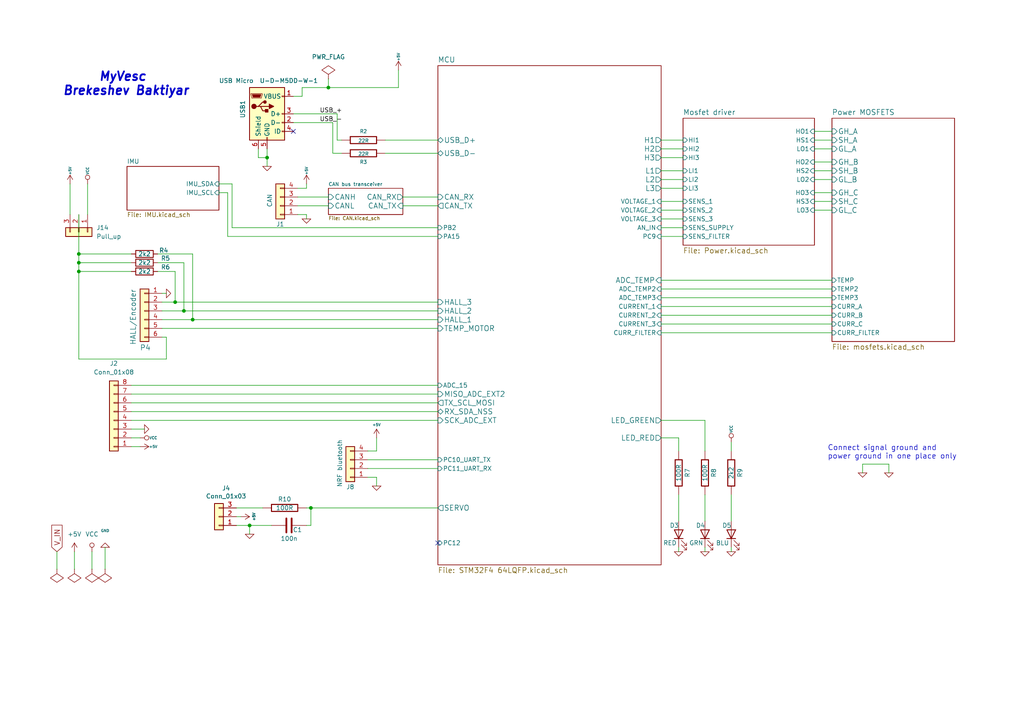
<source format=kicad_sch>
(kicad_sch (version 20231120) (generator "eeschema") (generator_version "8.0")
  (paper "A4")
  (title_block (title "MyVESC") (comment 2 "BREKESHEV BAKTIYAR"))
  (lib_symbols
    (symbol "BLDC_4-rescue:+5V" (power) (pin_names (offset 0))
      (property "Value" "+5V" (at 0 3.556 0))
      (symbol "+5V_0_1"
        (polyline (pts (xy -0.762 1.27) (xy 0 2.54)))
        (polyline (pts (xy 0 0) (xy 0 2.54)))
        (polyline (pts (xy 0 2.54) (xy 0.762 1.27)))
      )
      (symbol "+5V_1_1"
        (pin power_in line (at 0 0 90) (length 0) hide (name "+5V") (number "1"))
      )
    )
    (symbol "BLDC_4-rescue:C-RESCUE-BLDC_4" (pin_numbers hide) (pin_names (offset 0.254))
      (property "Reference" "C" (at 0 2.54 0))
      (property "Value" "C-RESCUE-BLDC_4" (at 0.1524 -2.159 0))
      (symbol "C-RESCUE-BLDC_4_0_1"
        (polyline (pts (xy -2.032 -0.762) (xy 2.032 -0.762)) (stroke (width 0.508)))
        (polyline (pts (xy -2.032 0.762) (xy 2.032 0.762)) (stroke (width 0.508)))
      )
      (symbol "C-RESCUE-BLDC_4_1_1"
        (pin passive line (at 0 5.08 270) (length 4.318) (name "~") (number "1"))
        (pin passive line (at 0 -5.08 90) (length 4.318) (name "~") (number "2"))
      )
    )
    (symbol "BLDC_4-rescue:GND-RESCUE-BLDC_4" (power) (pin_names (offset 0))
      (symbol "GND-RESCUE-BLDC_4_0_1"
        (polyline (pts (xy -1.27 0) (xy 0 -1.27) (xy 1.27 0) (xy -1.27 0)))
      )
      (symbol "GND-RESCUE-BLDC_4_1_1"
        (pin power_in line (at 0 0 90) (length 0) hide (name "GND") (number "1"))
      )
    )
    (symbol "BLDC_4-rescue:PWR_FLAG" (power) (pin_numbers hide) (pin_names (offset 0) hide)
      (property "Value" "PWR_FLAG" (at 0 4.572 0))
      (symbol "PWR_FLAG_0_0"
        (pin power_out line (at 0 0 90) (length 0) (name "pwr") (number "1"))
      )
      (symbol "PWR_FLAG_0_1"
        (polyline (pts (xy 0 0) (xy 0 1.27) (xy -1.905 2.54) (xy 0 3.81) (xy 1.905 2.54) (xy 0 1.27)))
      )
    )
    (symbol "BLDC_4-rescue:R-RESCUE-BLDC_4" (pin_numbers hide) (pin_names (offset 0))
      (property "Reference" "R" (at 2.032 0 90))
      (property "Value" "R-RESCUE-BLDC_4" (at 0.1778 0.0254 90))
      (symbol "R-RESCUE-BLDC_4_0_1"
        (rectangle (start -1.016 3.81) (end 1.016 -3.81) (stroke (width 0.3048)))
      )
      (symbol "R-RESCUE-BLDC_4_1_1"
        (pin passive line (at 0 6.35 270) (length 2.54) (name "~") (number "1"))
        (pin passive line (at 0 -6.35 90) (length 2.54) (name "~") (number "2"))
      )
    )
    (symbol "BLDC_4-rescue:VCC" (power) (pin_names (offset 0))
      (property "Value" "VCC" (at 0 3.81 0))
      (symbol "VCC_0_1"
        (polyline (pts (xy 0 0) (xy 0 1.27)))
        (circle (center 0 1.905) (radius 0.635))
      )
      (symbol "VCC_1_1"
        (pin power_in line (at 0 0 90) (length 0) hide (name "VCC") (number "1"))
      )
    )
    (symbol "Cheap FOCer 2 60mm-rescue:USB_B_Micro-Connector" (pin_names (offset 1.016))
      (property "Reference" "USB1" (at -6.35 -1.27 90))
      (property "Value" "USB Micro  U-D-M5DD-W-1" (at -13.97 8.89 0))
      (symbol "USB_B_Micro-Connector_0_1"
        (rectangle (start -5.08 7.62) (end 5.08 -7.62) (stroke (width 0.254)) (fill (type background)))
        (circle (center -3.81 2.159) (radius 0.635) (stroke (width 0.254)) (fill (type outline)))
        (circle (center -0.635 3.429) (radius 0.381) (stroke (width 0.254)) (fill (type outline)))
        (rectangle (start -0.127 -7.62) (end 0.127 -6.858))
        (polyline (pts (xy -1.905 2.159) (xy 0.635 2.159)) (stroke (width 0.254)))
        (polyline (pts (xy -3.175 2.159) (xy -2.54 2.159) (xy -1.27 3.429) (xy -0.635 3.429)) (stroke (width 0.254)))
        (polyline (pts (xy -2.54 2.159) (xy -1.905 2.159) (xy -1.27 0.889) (xy 0 0.889)) (stroke (width 0.254)))
        (polyline (pts (xy 0.635 2.794) (xy 0.635 1.524) (xy 1.905 2.159) (xy 0.635 2.794)) (stroke (width 0.254)) (fill (type outline)))
        (polyline (pts (xy -4.318 5.588) (xy -1.778 5.588) (xy -2.032 4.826) (xy -4.064 4.826) (xy -4.318 5.588)) (fill (type outline)))
        (polyline (pts (xy -4.699 5.842) (xy -4.699 5.588) (xy -4.445 4.826) (xy -4.445 4.572) (xy -1.651 4.572) (xy -1.651 4.826) (xy -1.397 5.588) (xy -1.397 5.842) (xy -4.699 5.842)))
        (rectangle (start 0.254 1.27) (end -0.508 0.508) (stroke (width 0.254)) (fill (type outline)))
        (rectangle (start 5.08 -5.207) (end 4.318 -4.953))
        (rectangle (start 5.08 -2.667) (end 4.318 -2.413))
        (rectangle (start 5.08 -0.127) (end 4.318 0.127))
        (rectangle (start 5.08 4.953) (end 4.318 5.207))
      )
      (symbol "USB_B_Micro-Connector_1_1"
        (pin passive line (at 7.62 5.08 180) (length 2.54) (name "VBUS") (number "1"))
        (pin passive line (at 7.62 -2.54 180) (length 2.54) (name "D-") (number "2"))
        (pin passive line (at 7.62 0 180) (length 2.54) (name "D+") (number "3"))
        (pin passive line (at 7.62 -5.08 180) (length 2.54) (name "ID") (number "4"))
        (pin passive line (at 0 -10.16 90) (length 2.54) (name "GND") (number "5"))
        (pin passive line (at -2.54 -10.16 90) (length 2.54) (name "Shield") (number "6"))
      )
    )
    (symbol "Connector_Generic:Conn_01x03" (pin_names (offset 1.016) hide)
      (property "Reference" "J" (at 0 5.08 0))
      (property "Value" "Conn_01x03" (at 0 -5.08 0))
      (symbol "Conn_01x03_1_1"
        (rectangle (start -1.27 -2.413) (end 0 -2.667) (stroke (width 0.1524)))
        (rectangle (start -1.27 0.127) (end 0 -0.127) (stroke (width 0.1524)))
        (rectangle (start -1.27 2.667) (end 0 2.413) (stroke (width 0.1524)))
        (rectangle (start -1.27 3.81) (end 1.27 -3.81) (stroke (width 0.254)) (fill (type background)))
        (pin passive line (at -5.08 2.54 0) (length 3.81) (name "Pin_1") (number "1"))
        (pin passive line (at -5.08 0 0) (length 3.81) (name "Pin_2") (number "2"))
        (pin passive line (at -5.08 -2.54 0) (length 3.81) (name "Pin_3") (number "3"))
      )
    )
    (symbol "Connector_Generic:Conn_01x04" (pin_names (offset 1.016) hide)
      (property "Reference" "J" (at 0 5.08 0))
      (property "Value" "Conn_01x04" (at 0 -7.62 0))
      (symbol "Conn_01x04_1_1"
        (rectangle (start -1.27 -4.953) (end 0 -5.207) (stroke (width 0.1524)))
        (rectangle (start -1.27 -2.413) (end 0 -2.667) (stroke (width 0.1524)))
        (rectangle (start -1.27 0.127) (end 0 -0.127) (stroke (width 0.1524)))
        (rectangle (start -1.27 2.667) (end 0 2.413) (stroke (width 0.1524)))
        (rectangle (start -1.27 3.81) (end 1.27 -6.35) (stroke (width 0.254)) (fill (type background)))
        (pin passive line (at -5.08 2.54 0) (length 3.81) (name "Pin_1") (number "1"))
        (pin passive line (at -5.08 0 0) (length 3.81) (name "Pin_2") (number "2"))
        (pin passive line (at -5.08 -2.54 0) (length 3.81) (name "Pin_3") (number "3"))
        (pin passive line (at -5.08 -5.08 0) (length 3.81) (name "Pin_4") (number "4"))
      )
    )
    (symbol "Connector_Generic:Conn_01x06" (pin_names (offset 1.016) hide)
      (property "Reference" "J" (at 0 7.62 0))
      (property "Value" "Conn_01x06" (at 0 -10.16 0))
      (symbol "Conn_01x06_1_1"
        (rectangle (start -1.27 -7.493) (end 0 -7.747) (stroke (width 0.1524)))
        (rectangle (start -1.27 -4.953) (end 0 -5.207) (stroke (width 0.1524)))
        (rectangle (start -1.27 -2.413) (end 0 -2.667) (stroke (width 0.1524)))
        (rectangle (start -1.27 0.127) (end 0 -0.127) (stroke (width 0.1524)))
        (rectangle (start -1.27 2.667) (end 0 2.413) (stroke (width 0.1524)))
        (rectangle (start -1.27 5.207) (end 0 4.953) (stroke (width 0.1524)))
        (rectangle (start -1.27 6.35) (end 1.27 -8.89) (stroke (width 0.254)) (fill (type background)))
        (pin passive line (at -5.08 5.08 0) (length 3.81) (name "Pin_1") (number "1"))
        (pin passive line (at -5.08 2.54 0) (length 3.81) (name "Pin_2") (number "2"))
        (pin passive line (at -5.08 0 0) (length 3.81) (name "Pin_3") (number "3"))
        (pin passive line (at -5.08 -2.54 0) (length 3.81) (name "Pin_4") (number "4"))
        (pin passive line (at -5.08 -5.08 0) (length 3.81) (name "Pin_5") (number "5"))
        (pin passive line (at -5.08 -7.62 0) (length 3.81) (name "Pin_6") (number "6"))
      )
    )
    (symbol "Connector_Generic:Conn_01x08" (pin_names (offset 1.016) hide)
      (property "Reference" "J" (at 0 10.16 0))
      (property "Value" "Conn_01x08" (at 0 -12.7 0))
      (symbol "Conn_01x08_1_1"
        (rectangle (start -1.27 -10.033) (end 0 -10.287) (stroke (width 0.1524)))
        (rectangle (start -1.27 -7.493) (end 0 -7.747) (stroke (width 0.1524)))
        (rectangle (start -1.27 -4.953) (end 0 -5.207) (stroke (width 0.1524)))
        (rectangle (start -1.27 -2.413) (end 0 -2.667) (stroke (width 0.1524)))
        (rectangle (start -1.27 0.127) (end 0 -0.127) (stroke (width 0.1524)))
        (rectangle (start -1.27 2.667) (end 0 2.413) (stroke (width 0.1524)))
        (rectangle (start -1.27 5.207) (end 0 4.953) (stroke (width 0.1524)))
        (rectangle (start -1.27 7.747) (end 0 7.493) (stroke (width 0.1524)))
        (rectangle (start -1.27 8.89) (end 1.27 -11.43) (stroke (width 0.254)) (fill (type background)))
        (pin passive line (at -5.08 7.62 0) (length 3.81) (name "Pin_1") (number "1"))
        (pin passive line (at -5.08 5.08 0) (length 3.81) (name "Pin_2") (number "2"))
        (pin passive line (at -5.08 2.54 0) (length 3.81) (name "Pin_3") (number "3"))
        (pin passive line (at -5.08 0 0) (length 3.81) (name "Pin_4") (number "4"))
        (pin passive line (at -5.08 -2.54 0) (length 3.81) (name "Pin_5") (number "5"))
        (pin passive line (at -5.08 -5.08 0) (length 3.81) (name "Pin_6") (number "6"))
        (pin passive line (at -5.08 -7.62 0) (length 3.81) (name "Pin_7") (number "7"))
        (pin passive line (at -5.08 -10.16 0) (length 3.81) (name "Pin_8") (number "8"))
      )
    )
    (symbol "Device:LED" (pin_numbers hide) (pin_names (offset 1.016) hide)
      (property "Reference" "D" (at 0 2.54 0))
      (property "Value" "LED" (at 0 -2.54 0))
      (symbol "LED_0_1"
        (polyline (pts (xy -1.27 -1.27) (xy -1.27 1.27)) (stroke (width 0.254)))
        (polyline (pts (xy -1.27 0) (xy 1.27 0)))
        (polyline (pts (xy 1.27 -1.27) (xy 1.27 1.27) (xy -1.27 0) (xy 1.27 -1.27)) (stroke (width 0.254)))
        (polyline (pts (xy -3.048 -0.762) (xy -4.572 -2.286) (xy -3.81 -2.286) (xy -4.572 -2.286) (xy -4.572 -1.524)))
        (polyline (pts (xy -1.778 -0.762) (xy -3.302 -2.286) (xy -2.54 -2.286) (xy -3.302 -2.286) (xy -3.302 -1.524)))
      )
      (symbol "LED_1_1"
        (pin passive line (at -3.81 0 0) (length 2.54) (name "K") (number "1"))
        (pin passive line (at 3.81 0 180) (length 2.54) (name "A") (number "2"))
      )
    )
    (symbol "Device:R" (pin_numbers hide) (pin_names (offset 0))
      (property "Reference" "R" (at 2.032 0 90))
      (property "Value" "R" (at 0 0 90))
      (symbol "R_0_1"
        (rectangle (start -1.016 -2.54) (end 1.016 2.54) (stroke (width 0.254)))
      )
      (symbol "R_1_1"
        (pin passive line (at 0 3.81 270) (length 1.27) (name "~") (number "1"))
        (pin passive line (at 0 -3.81 90) (length 1.27) (name "~") (number "2"))
      )
    )
  )
  (junction (at 77.47 45.72))
  (junction (at 22.86 73.66))
  (junction (at 53.34 90.17))
  (junction (at 22.86 76.2))
  (junction (at 55.88 92.71))
  (junction (at 95.25 25.4))
  (junction (at 90.17 147.32))
  (junction (at 72.39 152.4))
  (junction (at 22.86 78.74))
  (junction (at 50.8 87.63))
  (no_connect (at 85.09 38.1))
  (no_connect (at 127 157.48))
  (wire (pts (xy 38.1 129.54) (xy 40.64 129.54)))
  (wire (pts (xy 241.3 81.28) (xy 191.77 81.28)))
  (wire (pts (xy 111.76 40.64) (xy 127 40.64)))
  (wire (pts (xy 77.47 43.18) (xy 77.47 45.72)))
  (wire (pts (xy 111.76 44.45) (xy 127 44.45)))
  (wire (pts (xy 22.86 78.74) (xy 38.1 78.74)))
  (wire (pts (xy 87.63 27.94) (xy 85.09 27.94)))
  (wire (pts (xy 22.86 78.74) (xy 22.86 104.14)))
  (wire (pts (xy 53.34 76.2) (xy 53.34 90.17)))
  (wire (pts (xy 38.1 127) (xy 40.64 127)))
  (wire (pts (xy 95.25 22.86) (xy 95.25 25.4)))
  (wire (pts (xy 116.84 59.69) (xy 127 59.69)))
  (wire (pts (xy 106.68 135.89) (xy 127 135.89)))
  (wire (pts (xy 46.99 87.63) (xy 50.8 87.63)))
  (wire (pts (xy 191.77 49.53) (xy 198.12 49.53)))
  (wire (pts (xy 191.77 43.18) (xy 198.12 43.18)))
  (wire (pts (xy 109.22 138.43) (xy 109.22 140.97)))
  (wire (pts (xy 191.77 127) (xy 196.85 127)))
  (wire (pts (xy 25.4 53.34) (xy 25.4 62.23)))
  (wire (pts (xy 191.77 83.82) (xy 241.3 83.82)))
  (wire (pts (xy 55.88 92.71) (xy 127 92.71)))
  (wire (pts (xy 86.36 59.69) (xy 95.25 59.69)))
  (wire (pts (xy 204.47 143.51) (xy 204.47 151.13)))
  (wire (pts (xy 38.1 111.76) (xy 127 111.76)))
  (wire (pts (xy 191.77 40.64) (xy 198.12 40.64)))
  (wire (pts (xy 99.06 44.45) (xy 96.52 44.45)))
  (wire (pts (xy 97.79 40.64) (xy 99.06 40.64)))
  (wire (pts (xy 55.88 73.66) (xy 55.88 92.71)))
  (wire (pts (xy 45.72 78.74) (xy 50.8 78.74)))
  (wire (pts (xy 63.5 55.88) (xy 66.04 55.88)))
  (wire (pts (xy 53.34 90.17) (xy 127 90.17)))
  (wire (pts (xy 109.22 130.81) (xy 109.22 127)))
  (wire (pts (xy 88.9 54.61) (xy 88.9 53.34)))
  (wire (pts (xy 86.36 54.61) (xy 88.9 54.61)))
  (wire (pts (xy 87.63 25.4) (xy 87.63 27.94)))
  (wire (pts (xy 204.47 160.02) (xy 204.47 158.75)))
  (wire (pts (xy 196.85 127) (xy 196.85 130.81)))
  (wire (pts (xy 21.59 160.02) (xy 21.59 165.1)))
  (wire (pts (xy 38.1 119.38) (xy 127 119.38)))
  (wire (pts (xy 72.39 152.4) (xy 72.39 154.94)))
  (wire (pts (xy 212.09 143.51) (xy 212.09 151.13)))
  (wire (pts (xy 95.25 25.4) (xy 115.57 25.4)))
  (wire (pts (xy 236.22 40.64) (xy 241.3 40.64)))
  (wire (pts (xy 196.85 158.75) (xy 196.85 160.02)))
  (wire (pts (xy 86.36 62.23) (xy 88.9 62.23)))
  (wire (pts (xy 46.99 95.25) (xy 127 95.25)))
  (wire (pts (xy 96.52 44.45) (xy 96.52 35.56)))
  (wire (pts (xy 77.47 48.26) (xy 77.47 45.72)))
  (wire (pts (xy 16.51 160.02) (xy 16.51 165.1)))
  (wire (pts (xy 50.8 78.74) (xy 50.8 87.63)))
  (wire (pts (xy 236.22 38.1) (xy 241.3 38.1)))
  (wire (pts (xy 212.09 158.75) (xy 212.09 160.02)))
  (wire (pts (xy 115.57 20.32) (xy 115.57 25.4)))
  (wire (pts (xy 67.31 53.34) (xy 67.31 66.04)))
  (wire (pts (xy 76.2 147.32) (xy 68.58 147.32)))
  (wire (pts (xy 95.25 25.4) (xy 87.63 25.4)))
  (wire (pts (xy 236.22 52.07) (xy 241.3 52.07)))
  (wire (pts (xy 191.77 63.5) (xy 198.12 63.5)))
  (wire (pts (xy 191.77 54.61) (xy 198.12 54.61)))
  (wire (pts (xy 236.22 60.96) (xy 241.3 60.96)))
  (wire (pts (xy 69.85 149.86) (xy 68.58 149.86)))
  (wire (pts (xy 38.1 124.46) (xy 41.91 124.46)))
  (wire (pts (xy 106.68 130.81) (xy 109.22 130.81)))
  (wire (pts (xy 106.68 133.35) (xy 127 133.35)))
  (wire (pts (xy 250.19 134.62) (xy 257.81 134.62)))
  (wire (pts (xy 46.99 90.17) (xy 53.34 90.17)))
  (wire (pts (xy 191.77 86.36) (xy 241.3 86.36)))
  (wire (pts (xy 191.77 52.07) (xy 198.12 52.07)))
  (wire (pts (xy 48.26 104.14) (xy 48.26 97.79)))
  (wire (pts (xy 38.1 116.84) (xy 127 116.84)))
  (wire (pts (xy 88.9 62.23) (xy 88.9 63.5)))
  (wire (pts (xy 22.86 104.14) (xy 48.26 104.14)))
  (wire (pts (xy 74.93 43.18) (xy 74.93 45.72)))
  (wire (pts (xy 191.77 96.52) (xy 241.3 96.52)))
  (wire (pts (xy 191.77 66.04) (xy 198.12 66.04)))
  (wire (pts (xy 26.67 160.02) (xy 26.67 165.1)))
  (wire (pts (xy 30.48 158.75) (xy 30.48 165.1)))
  (wire (pts (xy 74.93 45.72) (xy 77.47 45.72)))
  (wire (pts (xy 116.84 57.15) (xy 127 57.15)))
  (wire (pts (xy 45.72 76.2) (xy 53.34 76.2)))
  (wire (pts (xy 90.17 147.32) (xy 90.17 152.4)))
  (wire (pts (xy 191.77 68.58) (xy 198.12 68.58)))
  (wire (pts (xy 212.09 130.81) (xy 212.09 128.27)))
  (wire (pts (xy 38.1 121.92) (xy 127 121.92)))
  (wire (pts (xy 250.19 134.62) (xy 250.19 137.16)))
  (wire (pts (xy 191.77 91.44) (xy 241.3 91.44)))
  (wire (pts (xy 191.77 93.98) (xy 241.3 93.98)))
  (wire (pts (xy 97.79 33.02) (xy 85.09 33.02)))
  (wire (pts (xy 236.22 43.18) (xy 241.3 43.18)))
  (wire (pts (xy 38.1 114.3) (xy 127 114.3)))
  (wire (pts (xy 22.86 73.66) (xy 38.1 73.66)))
  (wire (pts (xy 22.86 76.2) (xy 38.1 76.2)))
  (wire (pts (xy 106.68 138.43) (xy 109.22 138.43)))
  (wire (pts (xy 191.77 45.72) (xy 198.12 45.72)))
  (wire (pts (xy 22.86 76.2) (xy 22.86 78.74)))
  (wire (pts (xy 46.99 97.79) (xy 48.26 97.79)))
  (wire (pts (xy 22.86 73.66) (xy 22.86 76.2)))
  (wire (pts (xy 191.77 58.42) (xy 198.12 58.42)))
  (wire (pts (xy 204.47 121.92) (xy 191.77 121.92)))
  (wire (pts (xy 66.04 68.58) (xy 127 68.58)))
  (wire (pts (xy 204.47 121.92) (xy 204.47 130.81)))
  (wire (pts (xy 90.17 152.4) (xy 88.9 152.4)))
  (wire (pts (xy 22.86 62.23) (xy 22.86 73.66)))
  (wire (pts (xy 191.77 88.9) (xy 241.3 88.9)))
  (wire (pts (xy 63.5 53.34) (xy 67.31 53.34)))
  (wire (pts (xy 66.04 55.88) (xy 66.04 68.58)))
  (wire (pts (xy 96.52 35.56) (xy 85.09 35.56)))
  (wire (pts (xy 191.77 60.96) (xy 198.12 60.96)))
  (wire (pts (xy 20.32 53.34) (xy 20.32 62.23)))
  (wire (pts (xy 90.17 147.32) (xy 127 147.32)))
  (wire (pts (xy 257.81 134.62) (xy 257.81 137.16)))
  (wire (pts (xy 45.72 73.66) (xy 55.88 73.66)))
  (wire (pts (xy 86.36 57.15) (xy 95.25 57.15)))
  (wire (pts (xy 46.99 92.71) (xy 55.88 92.71)))
  (wire (pts (xy 236.22 58.42) (xy 241.3 58.42)))
  (wire (pts (xy 50.8 87.63) (xy 127 87.63)))
  (wire (pts (xy 90.17 147.32) (xy 88.9 147.32)))
  (wire (pts (xy 97.79 40.64) (xy 97.79 33.02)))
  (wire (pts (xy 78.74 152.4) (xy 72.39 152.4)))
  (wire (pts (xy 46.99 85.09) (xy 48.26 85.09)))
  (wire (pts (xy 72.39 152.4) (xy 68.58 152.4)))
  (wire (pts (xy 67.31 66.04) (xy 127 66.04)))
  (wire (pts (xy 196.85 143.51) (xy 196.85 151.13)))
  (wire (pts (xy 236.22 49.53) (xy 241.3 49.53)))
  (wire (pts (xy 236.22 55.88) (xy 241.3 55.88)))
  (wire (pts (xy 236.22 46.99) (xy 241.3 46.99)))
  (text "Connect signal ground and\npower ground in one place only" (at 240.03 133.35 0) (effects (font (size 1.524 1.524)) (justify left bottom)))
  (text "MyVesc \nBrekeshev Baktiyar" (at 36.576 24.384 0) (effects (font (size 2.54 2.54) (bold yes) (italic yes))))
  (label "USB_-" (at 92.71 35.56 0))
  (label "USB_+" (at 92.71 33.02 0))
  (global_label "V_IN" (shape input) (at 16.51 160.02 90) (effects (font (size 1.524 1.524))) (property "Intersheetrefs" "${INTERSHEET_REFS}" (effects (hide yes))))
  (symbol (lib_id "Connector_Generic:Conn_01x06") (at 41.91 90.17 0) (mirror y) (unit 1)
    (property "Reference" "P4" (at 42.164 100.838 0) (effects (font (size 1.524 1.524))))
    (property "Value" "HALL/Encoder" (at 38.608 91.948 90) (effects (font (size 1.524 1.524))))
    (property "Footprint" "Connector_JST:JST_PH_B6B-PH-K_1x06_P2.00mm_Vertical" (effects (hide yes)))
  )
  (symbol (lib_id "BLDC_4-rescue:GND-RESCUE-BLDC_4") (at 48.26 85.09 90) (unit 1)
    (property "Reference" "#PWR09" (effects (hide yes)))
    (property "Value" "GND" (effects (hide yes)))
  )
  (symbol (lib_id "BLDC_4-rescue:GND-RESCUE-BLDC_4") (at 41.91 124.46 90) (mirror x) (unit 1)
    (property "Reference" "#PWR010" (effects (hide yes)))
    (property "Value" "GND" (effects (hide yes)))
  )
  (symbol (lib_id "Cheap FOCer 2 60mm-rescue:USB_B_Micro-Connector") (at 77.47 33.02 0) (unit 1)
    (property "Reference" "USB1" (at 71.12 34.29 90) (effects (justify left bottom)))
    (property "Value" "USB Micro  U-D-M5DD-W-1" (at 63.5 24.13 0) (effects (justify left bottom)))
    (property "Footprint" "Connector_USB:USB_Mini-B_Lumberg_2486_01_Horizontal" (effects (hide yes)))
  )
  (symbol (lib_id "BLDC_4-rescue:+5V") (at 40.64 129.54 270) (unit 1)
    (property "Reference" "#PWR014" (effects (hide yes)))
    (property "Value" "+5V" (at 44.45 129.54 90) (effects (font (size 0.762 0.762))))
  )
  (symbol (lib_id "BLDC_4-rescue:VCC") (at 40.64 127 270) (unit 1)
    (property "Reference" "#PWR012" (effects (hide yes)))
    (property "Value" "VCC" (at 44.45 127 90) (effects (font (size 0.762 0.762))))
  )
  (symbol (lib_id "BLDC_4-rescue:GND-RESCUE-BLDC_4") (at 250.19 137.16 0) (unit 1)
    (property "Reference" "#PWR016" (effects (hide yes)))
    (property "Value" "GND" (effects (hide yes)))
  )
  (symbol (lib_id "BLDC_4-rescue:R-RESCUE-BLDC_4") (at 196.85 137.16 180) (unit 1)
    (property "Reference" "R7" (at 199.39 137.16 90))
    (property "Value" "100R" (at 196.85 137.16 90))
    (property "Footprint" "Resistor_SMD:R_0603_1608Metric" (effects (hide yes)))
  )
  (symbol (lib_id "Device:LED") (at 196.85 154.94 90) (unit 1)
    (property "Reference" "D3" (at 195.58 152.4 90))
    (property "Value" "RED" (at 194.31 157.48 90))
    (property "Footprint" "LED_SMD:LED_0603_1608Metric" (effects (hide yes)))
  )
  (symbol (lib_id "BLDC_4-rescue:GND-RESCUE-BLDC_4") (at 196.85 160.02 0) (unit 1)
    (property "Reference" "#PWR021" (effects (hide yes)))
    (property "Value" "GND" (effects (hide yes)))
  )
  (symbol (lib_id "BLDC_4-rescue:R-RESCUE-BLDC_4") (at 204.47 137.16 180) (unit 1)
    (property "Reference" "R8" (at 207.01 137.16 90))
    (property "Value" "100R" (at 204.47 137.16 90))
    (property "Footprint" "Resistor_SMD:R_0603_1608Metric" (effects (hide yes)))
  )
  (symbol (lib_id "Device:LED") (at 204.47 154.94 90) (unit 1)
    (property "Reference" "D4" (at 203.2 152.4 90))
    (property "Value" "GRN" (at 201.93 157.48 90))
    (property "Footprint" "LED_SMD:LED_0603_1608Metric" (effects (hide yes)))
  )
  (symbol (lib_id "BLDC_4-rescue:GND-RESCUE-BLDC_4") (at 204.47 160.02 0) (unit 1)
    (property "Reference" "#PWR022" (effects (hide yes)))
    (property "Value" "GND" (effects (hide yes)))
    (property "Footprint" "LED_SMD:LED_0603_1608Metric" (effects (hide yes)))
  )
  (symbol (lib_id "Device:LED") (at 212.09 154.94 90) (unit 1)
    (property "Reference" "D5" (at 210.82 152.4 90))
    (property "Value" "BLU" (at 209.55 157.48 90))
    (property "Footprint" "LED_SMD:LED_0603_1608Metric" (effects (hide yes)))
  )
  (symbol (lib_id "BLDC_4-rescue:R-RESCUE-BLDC_4") (at 212.09 137.16 180) (unit 1)
    (property "Reference" "R9" (at 214.63 137.16 90))
    (property "Value" "2k2" (at 212.09 137.16 90))
    (property "Footprint" "Resistor_SMD:R_0603_1608Metric" (effects (hide yes)))
  )
  (symbol (lib_id "BLDC_4-rescue:GND-RESCUE-BLDC_4") (at 212.09 160.02 0) (unit 1)
    (property "Reference" "#PWR023" (effects (hide yes)))
    (property "Value" "GND" (effects (hide yes)))
  )
  (symbol (lib_id "BLDC_4-rescue:VCC") (at 212.09 128.27 0) (unit 1)
    (property "Reference" "#PWR015" (effects (hide yes)))
    (property "Value" "VCC" (at 212.09 124.46 90) (effects (font (size 0.762 0.762))))
  )
  (symbol (lib_id "BLDC_4-rescue:R-RESCUE-BLDC_4") (at 105.41 44.45 270) (unit 1)
    (property "Reference" "R3" (at 105.41 46.99 90) (effects (font (size 1.016 1.016))))
    (property "Value" "22R" (at 105.4354 44.6278 90) (effects (font (size 1.016 1.016))))
    (property "Footprint" "Resistor_SMD:R_0603_1608Metric" (effects (hide yes)))
  )
  (symbol (lib_id "BLDC_4-rescue:R-RESCUE-BLDC_4") (at 105.41 40.64 270) (unit 1)
    (property "Reference" "R2" (at 105.41 38.1 90) (effects (font (size 1.016 1.016))))
    (property "Value" "22R" (at 105.4354 40.8178 90) (effects (font (size 1.016 1.016))))
    (property "Footprint" "Resistor_SMD:R_0603_1608Metric" (effects (hide yes)))
  )
  (symbol (lib_id "BLDC_4-rescue:GND-RESCUE-BLDC_4") (at 257.81 137.16 0) (unit 1)
    (property "Reference" "#PWR017" (effects (hide yes)))
    (property "Value" "GND" (effects (hide yes)))
  )
  (symbol (lib_id "BLDC_4-rescue:GND-RESCUE-BLDC_4") (at 77.47 48.26 0) (unit 1)
    (property "Reference" "#PWR03" (effects (hide yes)))
    (property "Value" "GND" (effects (hide yes)))
  )
  (symbol (lib_id "BLDC_4-rescue:+5V") (at 109.22 127 0) (unit 1)
    (property "Reference" "#PWR076" (effects (hide yes)))
    (property "Value" "+5V" (at 109.22 123.19 0) (effects (font (size 0.762 0.762))))
  )
  (symbol (lib_id "BLDC_4-rescue:C-RESCUE-BLDC_4") (at 83.82 152.4 90) (mirror x) (unit 1)
    (property "Reference" "C1" (at 87.63 153.67 90) (effects (justify left)))
    (property "Value" "100n" (at 86.36 156.21 90) (effects (justify left)))
    (property "Footprint" "Capacitor_SMD:C_0603_1608Metric" (effects (hide yes)))
  )
  (symbol (lib_id "BLDC_4-rescue:VCC") (at 25.4 53.34 0) (unit 1)
    (property "Reference" "#PWR06" (effects (hide yes)))
    (property "Value" "VCC" (at 25.4 49.53 90) (effects (font (size 0.762 0.762))))
  )
  (symbol (lib_id "BLDC_4-rescue:PWR_FLAG") (at 16.51 165.1 180) (unit 1)
    (property "Reference" "#FLG03" (effects (hide yes)))
    (property "Value" "PWR_FLAG" (effects (hide yes)))
  )
  (symbol (lib_id "BLDC_4-rescue:PWR_FLAG") (at 95.25 22.86 0) (unit 1)
    (property "Reference" "#FLG01" (effects (hide yes)))
    (property "Value" "PWR_FLAG" (at 95.25 16.51 0))
  )
  (symbol (lib_id "BLDC_4-rescue:+5V") (at 21.59 160.02 0) (unit 1)
    (property "Reference" "#PWR099" (effects (hide yes)))
    (property "Value" "+5V" (at 21.59 154.94 0))
  )
  (symbol (lib_id "BLDC_4-rescue:PWR_FLAG") (at 30.48 165.1 180) (unit 1)
    (property "Reference" "#FLG06" (effects (hide yes)))
    (property "Value" "PWR_FLAG" (effects (hide yes)))
  )
  (symbol (lib_id "BLDC_4-rescue:R-RESCUE-BLDC_4") (at 82.55 147.32 270) (mirror x) (unit 1)
    (property "Reference" "R10" (at 82.55 144.78 90))
    (property "Value" "100R" (at 82.55 147.32 90))
    (property "Footprint" "Resistor_SMD:R_0603_1608Metric" (effects (hide yes)))
  )
  (symbol (lib_id "Connector_Generic:Conn_01x04") (at 81.28 59.69 180) (unit 1)
    (property "Reference" "J1" (at 81.28 65.024 0))
    (property "Value" "CAN" (at 78.232 58.166 90))
    (property "Footprint" "Connector_JST:JST_PH_B4B-PH-K_1x04_P2.00mm_Vertical" (effects (hide yes)))
    (property "Description" "Generic connector, single row, 01x04, script generated (kicad-library-utils/schlib/autogen/connector/)" (effects (hide yes)))
  )
  (symbol (lib_id "BLDC_4-rescue:GND-RESCUE-BLDC_4") (at 30.48 158.75 180) (unit 1)
    (property "Reference" "#PWR0102" (effects (hide yes)))
    (property "Value" "GND" (at 30.48 153.924 0) (effects (font (size 0.762 0.762))))
  )
  (symbol (lib_id "Connector_Generic:Conn_01x04") (at 101.6 135.89 180) (unit 1)
    (property "Reference" "J8" (at 101.6 141.224 0))
    (property "Value" "NRF bluetooth" (at 98.552 134.366 90))
    (property "Footprint" "Connector_JST:JST_PH_B4B-PH-K_1x04_P2.00mm_Vertical" (effects (hide yes)))
    (property "Description" "Generic connector, single row, 01x04, script generated (kicad-library-utils/schlib/autogen/connector/)" (effects (hide yes)))
  )
  (symbol (lib_id "BLDC_4-rescue:PWR_FLAG") (at 21.59 165.1 180) (unit 1)
    (property "Reference" "#FLG04" (effects (hide yes)))
    (property "Value" "PWR_FLAG" (effects (hide yes)))
  )
  (symbol (lib_id "BLDC_4-rescue:+5V") (at 115.57 20.32 0) (unit 1)
    (property "Reference" "#PWR01" (effects (hide yes)))
    (property "Value" "+5V" (at 115.57 16.51 90) (effects (font (size 0.762 0.762))))
  )
  (symbol (lib_id "BLDC_4-rescue:GND-RESCUE-BLDC_4") (at 72.39 154.94 0) (mirror y) (unit 1)
    (property "Reference" "#PWR020" (effects (hide yes)))
    (property "Value" "GND" (effects (hide yes)))
  )
  (symbol (lib_id "Connector_Generic:Conn_01x03") (at 63.5 149.86 180) (unit 1)
    (property "Reference" "J4" (at 65.5828 141.605 0))
    (property "Value" "Conn_01x03" (at 65.5828 143.9164 0))
    (property "Footprint" "Connector_JST:JST_PH_B3B-PH-K_1x03_P2.00mm_Vertical" (effects (hide yes)))
  )
  (symbol (lib_id "BLDC_4-rescue:+5V") (at 88.9 53.34 0) (unit 1)
    (property "Reference" "#PWR04" (effects (hide yes)))
    (property "Value" "+5V" (at 88.9 49.53 90) (effects (font (size 0.762 0.762))))
  )
  (symbol (lib_id "BLDC_4-rescue:+5V") (at 69.85 149.86 270) (unit 1)
    (property "Reference" "#PWR019" (effects (hide yes)))
    (property "Value" "+5V" (at 73.66 149.86 0) (effects (font (size 0.762 0.762))))
  )
  (symbol (lib_id "BLDC_4-rescue:PWR_FLAG") (at 26.67 165.1 180) (unit 1)
    (property "Reference" "#FLG05" (effects (hide yes)))
    (property "Value" "PWR_FLAG" (effects (hide yes)))
  )
  (symbol (lib_id "BLDC_4-rescue:VCC") (at 26.67 160.02 0) (unit 1)
    (property "Reference" "#PWR0101" (effects (hide yes)))
    (property "Value" "VCC" (at 26.67 154.94 0))
  )
  (symbol (lib_id "Connector_Generic:Conn_01x08") (at 33.02 121.92 180) (unit 1)
    (property "Reference" "J2" (at 33.02 105.41 0))
    (property "Value" "Conn_01x08" (at 33.02 107.95 0))
    (property "Footprint" "Connector_JST:JST_PH_B8B-PH-K_1x08_P2.00mm_Vertical" (effects (hide yes)))
    (property "Description" "Generic connector, single row, 01x08, script generated (kicad-library-utils/schlib/autogen/connector/)" (effects (hide yes)))
  )
  (symbol (lib_id "Device:R") (at 41.91 73.66 90) (unit 1)
    (property "Reference" "R4" (at 47.498 72.644 90))
    (property "Value" "2k2" (at 41.91 73.66 90))
    (property "Footprint" "Resistor_SMD:R_0603_1608Metric" (effects (hide yes)))
    (property "Description" "Resistor" (effects (hide yes)))
  )
  (symbol (lib_id "BLDC_4-rescue:GND-RESCUE-BLDC_4") (at 109.22 140.97 0) (mirror y) (unit 1)
    (property "Reference" "#PWR077" (effects (hide yes)))
    (property "Value" "GND" (effects (hide yes)))
  )
  (symbol (lib_id "BLDC_4-rescue:+5V") (at 20.32 53.34 0) (unit 1)
    (property "Reference" "#PWR05" (effects (hide yes)))
    (property "Value" "+5V" (at 20.32 49.53 90) (effects (font (size 0.762 0.762))))
  )
  (symbol (lib_id "Connector_Generic:Conn_01x03") (at 22.86 67.31 270) (unit 1)
    (property "Reference" "J14" (at 27.94 66.0399 90) (effects (justify left)))
    (property "Value" "Pull_up" (at 27.94 68.5799 90) (effects (justify left)))
    (property "Footprint" "Connector_PinHeader_1.00mm:PinHeader_1x03_P1.00mm_Vertical" (effects (hide yes)))
    (property "Description" "Generic connector, single row, 01x03, script generated (kicad-library-utils/schlib/autogen/connector/)" (effects (hide yes)))
  )
  (symbol (lib_id "Device:R") (at 41.91 78.74 90) (unit 1)
    (property "Reference" "R6" (at 48.006 77.47 90))
    (property "Value" "2k2" (at 41.91 78.74 90))
    (property "Footprint" "Resistor_SMD:R_0603_1608Metric" (effects (hide yes)))
    (property "Description" "Resistor" (effects (hide yes)))
  )
  (symbol (lib_id "BLDC_4-rescue:GND-RESCUE-BLDC_4") (at 88.9 63.5 0) (unit 1)
    (property "Reference" "#PWR07" (effects (hide yes)))
    (property "Value" "GND" (effects (hide yes)))
  )
  (symbol (lib_id "Device:R") (at 41.91 76.2 90) (unit 1)
    (property "Reference" "R5" (at 48.006 74.93 90))
    (property "Value" "2k2" (at 41.91 76.2 90))
    (property "Footprint" "Resistor_SMD:R_0603_1608Metric" (effects (hide yes)))
    (property "Description" "Resistor" (effects (hide yes)))
  )
  (sheet (at 198.12 34.29) (size 38.1 36.83)
    (property "Sheetname" "Mosfet driver" (at 198.12 33.4514 0) (effects (font (size 1.524 1.524)) (justify left bottom)))
    (property "Sheetfile" "Power.kicad_sch" (at 198.12 71.8062 0) (effects (font (size 1.524 1.524)) (justify left top)))
    (pin "SENS_FILTER" input (at 198.12 68.58 180))
    (pin "HI1" input (at 198.12 40.64 180))
    (pin "LI1" input (at 198.12 49.53 180))
    (pin "LO1" input (at 236.22 43.18 0))
    (pin "HO1" input (at 236.22 38.1 0))
    (pin "SENS_1" input (at 198.12 58.42 180))
    (pin "SENS_2" input (at 198.12 60.96 180))
    (pin "HS1" input (at 236.22 40.64 0))
    (pin "HS2" input (at 236.22 49.53 0))
    (pin "SENS_3" input (at 198.12 63.5 180))
    (pin "HS3" input (at 236.22 58.42 0))
    (pin "LI2" input (at 198.12 52.07 180))
    (pin "HI2" input (at 198.12 43.18 180))
    (pin "LO2" input (at 236.22 52.07 0))
    (pin "HO2" input (at 236.22 46.99 0))
    (pin "LI3" input (at 198.12 54.61 180))
    (pin "HI3" input (at 198.12 45.72 180))
    (pin "SENS_SUPPLY" input (at 198.12 66.04 180))
    (pin "LO3" input (at 236.22 60.96 0))
    (pin "HO3" input (at 236.22 55.88 0))
  )
  (sheet (at 127 19.05) (size 64.77 144.78)
    (property "Sheetname" "MCU" (at 127 18.2114 0) (effects (font (size 1.524 1.524)) (justify left bottom)))
    (property "Sheetfile" "STM32F4 64LQFP.kicad_sch" (at 127 164.5162 0) (effects (font (size 1.524 1.524)) (justify left top)))
    (pin "USB_D-" tri_state (at 127 44.45 180) (effects (font (size 1.524 1.524))))
    (pin "USB_D+" tri_state (at 127 40.64 180) (effects (font (size 1.524 1.524))))
    (pin "SERVO" output (at 127 147.32 180) (effects (font (size 1.524 1.524))))
    (pin "HALL_1" input (at 127 92.71 180) (effects (font (size 1.524 1.524))))
    (pin "HALL_2" input (at 127 90.17 180) (effects (font (size 1.524 1.524))))
    (pin "HALL_3" input (at 127 87.63 180) (effects (font (size 1.524 1.524))))
    (pin "TEMP_MOTOR" input (at 127 95.25 180) (effects (font (size 1.524 1.524))))
    (pin "L3" output (at 191.77 54.61 0) (effects (font (size 1.524 1.524))))
    (pin "L2" output (at 191.77 52.07 0) (effects (font (size 1.524 1.524))))
    (pin "L1" output (at 191.77 49.53 0) (effects (font (size 1.524 1.524))))
    (pin "H3" output (at 191.77 45.72 0) (effects (font (size 1.524 1.524))))
    (pin "H2" output (at 191.77 43.18 0) (effects (font (size 1.524 1.524))))
    (pin "H1" output (at 191.77 40.64 0) (effects (font (size 1.524 1.524))))
    (pin "AN_IN" input (at 191.77 66.04 0))
    (pin "CAN_RX" input (at 127 57.15 180) (effects (font (size 1.524 1.524))))
    (pin "CAN_TX" output (at 127 59.69 180) (effects (font (size 1.524 1.524))))
    (pin "LED_RED" output (at 191.77 127 0) (effects (font (size 1.524 1.524))))
    (pin "LED_GREEN" output (at 191.77 121.92 0) (effects (font (size 1.524 1.524))))
    (pin "ADC_TEMP" input (at 191.77 81.28 0) (effects (font (size 1.524 1.524))))
    (pin "SCK_ADC_EXT" input (at 127 121.92 180) (effects (font (size 1.524 1.524))))
    (pin "MISO_ADC_EXT2" input (at 127 114.3 180) (effects (font (size 1.524 1.524))))
    (pin "TX_SCL_MOSI" output (at 127 116.84 180) (effects (font (size 1.524 1.524))))
    (pin "RX_SDA_NSS" tri_state (at 127 119.38 180) (effects (font (size 1.524 1.524))))
    (pin "PB2" input (at 127 66.04 180))
    (pin "PA15" input (at 127 68.58 180))
    (pin "PC9" input (at 191.77 68.58 0))
    (pin "PC12" input (at 127 157.48 180))
    (pin "CURR_FILTER" input (at 191.77 96.52 0))
    (pin "PC10_UART_TX" input (at 127 133.35 180))
    (pin "PC11_UART_RX" input (at 127 135.89 180))
    (pin "VOLTAGE_1" input (at 191.77 58.42 0))
    (pin "VOLTAGE_3" input (at 191.77 63.5 0))
    (pin "VOLTAGE_2" input (at 191.77 60.96 0))
    (pin "ADC_TEMP2" input (at 191.77 83.82 0))
    (pin "ADC_TEMP3" input (at 191.77 86.36 0))
    (pin "ADC_15" input (at 127 111.76 180))
    (pin "CURRENT_1" input (at 191.77 88.9 0))
    (pin "CURRENT_3" input (at 191.77 93.98 0))
    (pin "CURRENT_2" input (at 191.77 91.44 0))
  )
  (sheet (at 241.3 34.29) (size 35.56 64.77)
    (property "Sheetname" "Power MOSFETS" (at 241.3 33.4514 0) (effects (font (size 1.524 1.524)) (justify left bottom)))
    (property "Sheetfile" "mosfets.kicad_sch" (at 241.3 99.7462 0) (effects (font (size 1.524 1.524)) (justify left top)))
    (pin "GH_A" input (at 241.3 38.1 180) (effects (font (size 1.524 1.524))))
    (pin "GL_A" input (at 241.3 43.18 180) (effects (font (size 1.524 1.524))))
    (pin "GH_B" input (at 241.3 46.99 180) (effects (font (size 1.524 1.524))))
    (pin "GL_B" input (at 241.3 52.07 180) (effects (font (size 1.524 1.524))))
    (pin "GH_C" input (at 241.3 55.88 180) (effects (font (size 1.524 1.524))))
    (pin "GL_C" input (at 241.3 60.96 180) (effects (font (size 1.524 1.524))))
    (pin "SH_C" input (at 241.3 58.42 180) (effects (font (size 1.524 1.524))))
    (pin "TEMP2" input (at 241.3 83.82 180))
    (pin "TEMP3" input (at 241.3 86.36 180))
    (pin "TEMP" input (at 241.3 81.28 180))
    (pin "CURR_A" input (at 241.3 88.9 180))
    (pin "CURR_FILTER" input (at 241.3 96.52 180))
    (pin "CURR_C" input (at 241.3 93.98 180))
    (pin "SH_B" input (at 241.3 49.53 180) (effects (font (size 1.524 1.524))))
    (pin "SH_A" input (at 241.3 40.64 180) (effects (font (size 1.524 1.524))))
    (pin "CURR_B" input (at 241.3 91.44 180))
  )
  (sheet (at 95.25 54.61) (size 21.59 7.62)
    (property "Sheetname" "CAN bus transceiver" (at 95.25 54.0254 0) (effects (font (size 1.016 1.016)) (justify left bottom)))
    (property "Sheetfile" "CAN.kicad_sch" (at 95.25 62.713 0) (effects (font (size 1.016 1.016)) (justify left top)))
    (pin "CAN_RX" output (at 116.84 57.15 0) (effects (font (size 1.524 1.524))))
    (pin "CAN_TX" input (at 116.84 59.69 0) (effects (font (size 1.524 1.524))))
    (pin "CANH" input (at 95.25 57.15 180) (effects (font (size 1.524 1.524))))
    (pin "CANL" input (at 95.25 59.69 180) (effects (font (size 1.524 1.524))))
  )
  (sheet (at 36.83 48.26) (size 26.67 12.7)
    (property "Sheetname" "IMU" (at 36.83 47.5484 0) (effects (justify left bottom)))
    (property "Sheetfile" "IMU.kicad_sch" (at 36.83 61.5446 0) (effects (justify left top)))
    (pin "IMU_SDA" input (at 63.5 53.34 0))
    (pin "IMU_SCL" input (at 63.5 55.88 0))
  )
)
</source>
